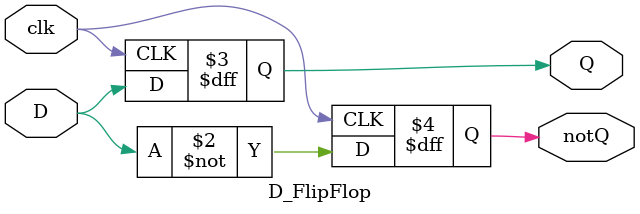
<source format=v>
`timescale 1ns/1ps

module D_FlipFlop (
    input clk, D,
    output reg Q, notQ
);
    
    always @(posedge clk) begin
        Q <= D;
        notQ <= ~D;
    end

endmodule

</source>
